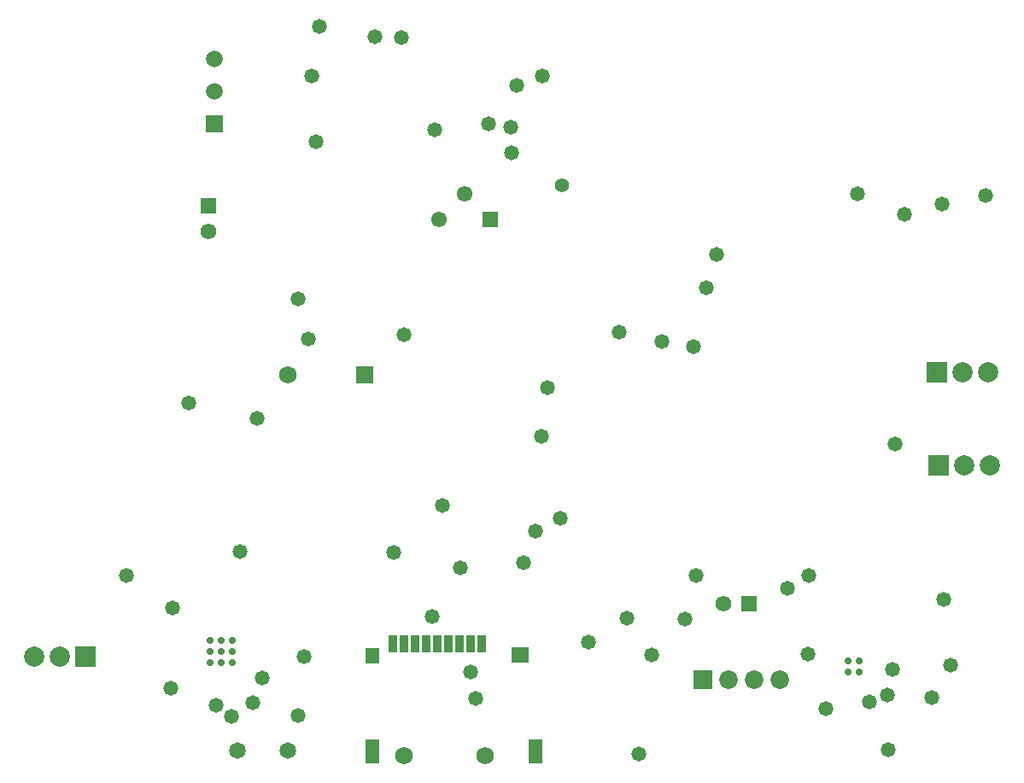
<source format=gbr>
%TF.GenerationSoftware,Altium Limited,Altium Designer,19.0.15 (446)*%
G04 Layer_Color=16711935*
%FSLAX45Y45*%
%MOMM*%
%TF.FileFunction,Soldermask,Bot*%
%TF.Part,Single*%
G01*
G75*
%TA.AperFunction,ComponentPad*%
%ADD56C,1.39000*%
%ADD62C,1.84000*%
%ADD63R,1.84000X1.84000*%
%ADD64C,1.57000*%
%ADD65R,1.57000X1.57000*%
%ADD66R,1.57000X1.57000*%
%ADD67C,1.66680*%
%ADD68R,1.66680X1.66680*%
%ADD71C,1.65320*%
%ADD72R,2.00320X2.00320*%
%ADD73C,2.00320*%
%ADD74C,1.55320*%
%ADD75R,1.55320X1.55320*%
%ADD76C,1.75320*%
%ADD77R,1.75320X1.75320*%
%ADD78C,1.72720*%
%TA.AperFunction,SMDPad,CuDef*%
%ADD79R,1.40320X2.40320*%
%ADD80R,1.80320X1.60320*%
%ADD81R,1.40320X1.60320*%
%ADD82R,0.90320X1.80320*%
%TA.AperFunction,ViaPad*%
%ADD83C,1.47320*%
%ADD84C,0.70320*%
D56*
X5982300Y6616700D02*
D03*
D62*
X8140700Y1712500D02*
D03*
X7886700D02*
D03*
X7632700D02*
D03*
D63*
X7378700D02*
D03*
D64*
X7581900Y2463800D02*
D03*
X2476500Y6159500D02*
D03*
D65*
X7835900Y2463800D02*
D03*
D66*
X2476500Y6413500D02*
D03*
D67*
X2540799Y7866380D02*
D03*
Y7546340D02*
D03*
D68*
Y7226300D02*
D03*
D71*
X2763900Y1004900D02*
D03*
X3263900D02*
D03*
D72*
X9702800Y4762500D02*
D03*
X1261900Y1942600D02*
D03*
X9715500Y3835400D02*
D03*
D73*
X9956800Y4762500D02*
D03*
X10210800D02*
D03*
X753900Y1942600D02*
D03*
X1007900D02*
D03*
X10223500Y3835400D02*
D03*
X9969500D02*
D03*
D74*
X4763700Y6273800D02*
D03*
X5017700Y6527800D02*
D03*
D75*
X5271700Y6273800D02*
D03*
D76*
X3263900Y4737100D02*
D03*
D77*
X4025900D02*
D03*
D78*
X4420700Y957300D02*
D03*
X5218700D02*
D03*
D79*
X4106200Y1002300D02*
D03*
X5721200D02*
D03*
D80*
X5568700Y1954800D02*
D03*
D81*
X4106200Y1944800D02*
D03*
D82*
X5073700Y2064800D02*
D03*
X5183700D02*
D03*
X4853700D02*
D03*
X4523700D02*
D03*
X4413700D02*
D03*
X4303700D02*
D03*
X4743700D02*
D03*
X4633700D02*
D03*
X4963700D02*
D03*
D83*
X5073700Y1790600D02*
D03*
X2921000Y1485900D02*
D03*
X2703500Y1346200D02*
D03*
X2553500Y1460500D02*
D03*
X2108200Y1625600D02*
D03*
X2120900Y2425700D02*
D03*
X9834572Y1854200D02*
D03*
X9376535Y6324600D02*
D03*
X10185400Y6515100D02*
D03*
X8915400Y6527800D02*
D03*
X9753600Y6426200D02*
D03*
X9220200Y1016000D02*
D03*
X9029700Y1487100D02*
D03*
X9283700Y4051300D02*
D03*
X8432800Y2743200D02*
D03*
X9766300Y2507100D02*
D03*
X6743700Y977900D02*
D03*
X5130800Y1524000D02*
D03*
X6870700Y1955800D02*
D03*
X3505200Y7696200D02*
D03*
X4724400Y7160665D02*
D03*
X3546800Y7048500D02*
D03*
X5257800Y7226300D02*
D03*
X5472160Y7188200D02*
D03*
X5791200Y7696200D02*
D03*
X1663700Y2743200D02*
D03*
X9207500Y1562100D02*
D03*
X8597900Y1422400D02*
D03*
X9258300Y1814200D02*
D03*
X8420100Y1968500D02*
D03*
X3429000Y1942000D02*
D03*
X3009900Y1727200D02*
D03*
X3467100Y5092700D02*
D03*
X3365500Y5486400D02*
D03*
X2284900Y4457700D02*
D03*
X4800600Y3441700D02*
D03*
X4978400Y2819400D02*
D03*
X9652000Y1536700D02*
D03*
X5969000Y3314700D02*
D03*
X7416800Y5600700D02*
D03*
X7315200Y2743200D02*
D03*
X5600700Y2870200D02*
D03*
X5721200Y3187700D02*
D03*
X6553200Y5156200D02*
D03*
X6972300Y5067300D02*
D03*
X7289800Y5016500D02*
D03*
X7518400Y5930900D02*
D03*
X5537200Y7607300D02*
D03*
X3581400Y8191500D02*
D03*
X4394200Y8077200D02*
D03*
X5486400Y6934200D02*
D03*
X4127500Y8089900D02*
D03*
X4420700Y5130800D02*
D03*
X5842000Y4610100D02*
D03*
X5778500Y4127500D02*
D03*
X8216900Y2616200D02*
D03*
X6248400Y2082800D02*
D03*
X4699000Y2336800D02*
D03*
X6629400Y2324100D02*
D03*
X7200900Y2311400D02*
D03*
X2959100Y4305300D02*
D03*
X2794000Y2984500D02*
D03*
X4318000Y2972600D02*
D03*
X3365500Y1358900D02*
D03*
D84*
X2713500Y2103900D02*
D03*
Y1993900D02*
D03*
Y1883900D02*
D03*
X2603500Y2103900D02*
D03*
Y1993900D02*
D03*
Y1883900D02*
D03*
X2493500Y2103900D02*
D03*
Y1993900D02*
D03*
Y1883900D02*
D03*
X8822300Y1896500D02*
D03*
X8932300D02*
D03*
Y1786500D02*
D03*
X8822300D02*
D03*
%TF.MD5,4f600c757e9e59347e7cdaff1056aa39*%
M02*

</source>
